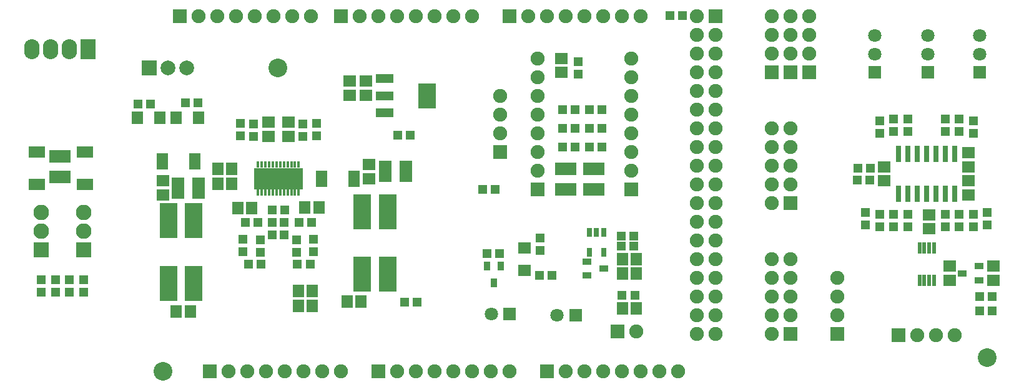
<source format=gbr>
G04 DipTrace 2.4.0.2*
%INTopMask.gbr*%
%MOIN*%
%ADD32C,0.1*%
%ADD36R,0.0709X0.0709*%
%ADD37C,0.0709*%
%ADD45R,0.0748X0.0748*%
%ADD46C,0.0748*%
%ADD66R,0.0316X0.0513*%
%ADD68R,0.0237X0.0631*%
%ADD70R,0.0316X0.0867*%
%ADD72R,0.0926X0.136*%
%ADD74R,0.0926X0.0454*%
%ADD76R,0.2611X0.1119*%
%ADD78R,0.0178X0.0356*%
%ADD81R,0.0926X0.1852*%
%ADD83R,0.071X0.1143*%
%ADD85C,0.0828*%
%ADD86R,0.0828X0.0828*%
%ADD87R,0.0493X0.0336*%
%ADD89R,0.0336X0.0493*%
%ADD91O,0.0828X0.1064*%
%ADD93R,0.0828X0.1064*%
%ADD97C,0.0789*%
%ADD98R,0.0789X0.0789*%
%ADD100C,0.058*%
%ADD102R,0.0907X0.0631*%
%ADD104R,0.071X0.0631*%
%ADD106R,0.0631X0.071*%
%ADD108R,0.0631X0.0907*%
%ADD110R,0.1143X0.071*%
%ADD112R,0.0513X0.0474*%
%ADD114R,0.0474X0.0513*%
%ADD116R,0.0671X0.0592*%
%ADD118R,0.0592X0.0671*%
%FSLAX44Y44*%
G04*
G70*
G90*
G75*
G01*
%LNTopMask*%
%LPD*%
D118*
X11417Y11024D3*
X12165D3*
X11417Y11850D3*
X12165D3*
D116*
X8500Y11187D3*
Y10439D3*
D118*
X9188Y4188D3*
X9936D3*
X13228Y9724D3*
X12480D3*
D114*
X12751Y8063D3*
Y7394D3*
D112*
X13711Y6729D3*
X13042D3*
D116*
X14134Y13583D3*
Y14331D3*
D114*
X16502Y8063D3*
Y7394D3*
D116*
X15197Y13583D3*
Y14331D3*
D112*
X15667Y6729D3*
X16336D3*
D118*
X16063Y9764D3*
X16811D3*
X19065Y4750D3*
X18316D3*
D116*
X18440Y15778D3*
Y16526D3*
X19316Y15779D3*
Y16528D3*
X19500Y12062D3*
Y11314D3*
D118*
X16457Y5315D3*
X15709D3*
X16457Y4488D3*
X15709D3*
D114*
X46750Y8750D3*
Y9419D3*
D116*
X52812Y5875D3*
Y6623D3*
D114*
X47500Y14500D3*
Y13831D3*
X51750Y8750D3*
Y9419D3*
X51000Y14500D3*
Y13831D3*
D116*
X49375Y8625D3*
Y9373D3*
X50500Y5875D3*
Y6623D3*
X51500Y12687D3*
Y11939D3*
Y11187D3*
Y10439D3*
X47000Y11187D3*
Y11936D3*
X29750Y17000D3*
Y17748D3*
D110*
X31500Y10750D3*
Y11852D3*
X30000Y10750D3*
Y11852D3*
D118*
X33003Y7001D3*
X33751D3*
X33003Y6251D3*
X33751D3*
D110*
X3000Y12500D3*
Y11398D3*
D118*
X33002Y4375D3*
X33750D3*
D108*
X10187Y12250D3*
X8455D3*
D106*
X7126Y14564D3*
X8307D3*
X9188D3*
X10370D3*
D108*
X16939Y11314D3*
X18672D3*
D104*
X27787Y7591D3*
Y6410D3*
D102*
X1750Y12750D3*
Y11018D3*
X4312Y12750D3*
Y11018D3*
D112*
X22062Y4687D3*
X21393D3*
X21687Y13625D3*
X21018D3*
X52750Y4250D3*
X52081D3*
X25562Y10750D3*
X26232D3*
D32*
X14625Y17250D3*
D100*
D3*
D32*
X8500Y1000D3*
D100*
D3*
D32*
X52500Y1750D3*
D100*
D3*
D45*
X11000Y1000D3*
D46*
X12000D3*
X13000D3*
X14000D3*
X15000D3*
X16000D3*
X17000D3*
X18000D3*
D45*
X9400Y20000D3*
D46*
X10400D3*
X11400D3*
X12400D3*
X13400D3*
X14400D3*
X15400D3*
X16400D3*
D45*
X38000D3*
D46*
X37000D3*
X38000Y19000D3*
X37000D3*
X38000Y18000D3*
X37000D3*
X38000Y17000D3*
X37000D3*
X38000Y16000D3*
X37000D3*
X38000Y15000D3*
X37000D3*
X38000Y14000D3*
X37000D3*
X38000Y13000D3*
X37000D3*
X38000Y12000D3*
X37000D3*
X38000Y11000D3*
X37000D3*
X38000Y10000D3*
X37000D3*
X38000Y9000D3*
X37000D3*
X38000Y8000D3*
X37000D3*
X38000Y7000D3*
X37000D3*
X38000Y6000D3*
X37000D3*
X38000Y5000D3*
X37000D3*
X38000Y4000D3*
X37000D3*
X38000Y3000D3*
X37000D3*
D45*
X20000Y1000D3*
D46*
X21000D3*
X22000D3*
X23000D3*
X24000D3*
X25000D3*
X26000D3*
X27000D3*
D45*
X18000Y20000D3*
D46*
X19000D3*
X20000D3*
X21000D3*
X22000D3*
X23000D3*
X24000D3*
X25000D3*
D45*
X42000Y10000D3*
D46*
X41000D3*
X42000Y11000D3*
X41000D3*
X42000Y12000D3*
X41000D3*
X42000Y13000D3*
X41000D3*
X42000Y14000D3*
X41000D3*
D45*
X29000Y1000D3*
D46*
X30000D3*
X31000D3*
X32000D3*
X33000D3*
X34000D3*
X35000D3*
X36000D3*
D45*
X27000Y20000D3*
D46*
X28000D3*
X29000D3*
X30000D3*
X31000D3*
X32000D3*
X33000D3*
X34000D3*
D45*
X42000Y3000D3*
D46*
X41000D3*
X42000Y4000D3*
X41000D3*
X42000Y5000D3*
X41000D3*
X42000Y6000D3*
X41000D3*
X42000Y7000D3*
X41000D3*
D45*
X44500Y3000D3*
D46*
Y4000D3*
Y5000D3*
Y6000D3*
D45*
X41000Y17000D3*
D46*
Y18000D3*
Y19000D3*
Y20000D3*
D45*
X42000Y17000D3*
D46*
Y18000D3*
Y19000D3*
Y20000D3*
D45*
X43000Y17000D3*
D46*
Y18000D3*
Y19000D3*
Y20000D3*
D98*
X7750Y17250D3*
D97*
X8750D3*
X9750D3*
D36*
X46500Y17000D3*
D37*
Y17984D3*
Y18969D3*
D36*
X52068Y17002D3*
D37*
Y17986D3*
Y18970D3*
D45*
X47750Y2937D3*
D46*
X48750D3*
X49750D3*
X50750D3*
D36*
X49318Y17002D3*
D37*
Y17986D3*
Y18970D3*
D45*
X26500Y12750D3*
D46*
Y13750D3*
Y14750D3*
Y15750D3*
D45*
X33500Y10750D3*
D46*
Y11750D3*
Y12750D3*
Y13750D3*
Y14750D3*
Y15750D3*
Y16750D3*
Y17750D3*
D45*
X28500Y10750D3*
D46*
Y11750D3*
Y12750D3*
Y13750D3*
Y14750D3*
Y15750D3*
Y16750D3*
Y17750D3*
D36*
X26995Y4055D3*
D37*
X26011D3*
D36*
X30503Y4000D3*
D37*
X29519D3*
D93*
X4500Y18250D3*
D91*
X3500D3*
X2500D3*
X1500D3*
D45*
X32750Y3125D3*
D46*
X33750D3*
D89*
X26517Y6642D3*
X25769D3*
X26143Y5736D3*
D87*
X31128Y6876D3*
Y6128D3*
X32034Y6502D3*
D86*
X2000Y7500D3*
D85*
Y8500D3*
Y9500D3*
D86*
X4250Y7500D3*
D85*
Y8500D3*
Y9500D3*
D112*
X35544Y20024D3*
X36213D3*
D83*
X10375Y10812D3*
X9273D3*
D112*
X7813Y15314D3*
X7144D3*
X9689Y15377D3*
X10358D3*
X12874Y8976D3*
X13543D3*
D114*
X12634Y14270D3*
Y13601D3*
X13322Y13583D3*
Y14252D3*
X13689Y7376D3*
Y8045D3*
X14314Y8313D3*
Y8983D3*
D112*
Y9626D3*
X14983D3*
D114*
X14939Y8313D3*
Y8983D3*
X15627Y7376D3*
Y8045D3*
X15947Y13583D3*
Y14252D3*
D112*
X16417Y8976D3*
X15748D3*
D114*
X16697Y14270D3*
Y13601D3*
D83*
X21437Y11688D3*
X20335D3*
D112*
X52081Y5000D3*
X52750D3*
D114*
X47500Y8750D3*
Y9419D3*
X46000Y9500D3*
Y8831D3*
X46750Y13750D3*
Y14419D3*
X48250Y8750D3*
Y9419D3*
Y14500D3*
Y13831D3*
X51000Y8750D3*
Y9419D3*
X52500Y9498D3*
Y8829D3*
X51750Y13750D3*
Y14419D3*
X50250Y8750D3*
Y9419D3*
Y14500D3*
Y13831D3*
D112*
X46250Y11875D3*
X45581D3*
X45562Y11250D3*
X46232D3*
D114*
X30665Y17585D3*
Y16915D3*
D112*
X30500Y13000D3*
X29831D3*
X30500Y14000D3*
X29831D3*
X30500Y15000D3*
X29831D3*
X31250Y13000D3*
X31919D3*
X31250Y14000D3*
X31919D3*
X31250Y15000D3*
X31919D3*
X32941Y8251D3*
X33610D3*
X33629Y7688D3*
X32959D3*
X26440Y7313D3*
X25771D3*
D114*
X28606Y8148D3*
Y7479D3*
D112*
X29253Y6126D3*
X28584D3*
D114*
X2000Y5250D3*
Y5919D3*
X4250Y5250D3*
Y5919D3*
D112*
X33000Y5062D3*
X33669D3*
D114*
X2750Y5250D3*
Y5919D3*
X3500Y5250D3*
Y5919D3*
D81*
X10126Y9063D3*
X8776D3*
Y5717D3*
X10126D3*
X19127Y6188D3*
X20477D3*
Y9535D3*
X19127D3*
D78*
X13564Y10564D3*
X13761D3*
X13958D3*
X14154D3*
X14351D3*
X14548D3*
X14745D3*
X14942D3*
X15139D3*
X15336D3*
X15532D3*
X15729D3*
Y12060D3*
X15532D3*
X15336D3*
X15139D3*
X14942D3*
X14745D3*
X14548D3*
X14351D3*
X14154D3*
X13958D3*
X13761D3*
X13564D3*
D76*
X14647Y11312D3*
D74*
X20315Y16654D3*
Y15748D3*
Y14843D3*
D72*
X22598Y15748D3*
D87*
X52062Y5875D3*
Y6623D3*
X51157Y6249D3*
D70*
X47750Y10500D3*
X48250D3*
X48750D3*
X49250D3*
X49750D3*
X50250D3*
X50750D3*
Y12626D3*
X50250D3*
X49750D3*
X49250D3*
X48750D3*
X48250D3*
X47750D3*
D68*
X48875Y5875D3*
X49131D3*
X49387D3*
X49643D3*
Y7607D3*
X49387D3*
X49131D3*
X48875D3*
D66*
X32003Y8438D3*
X31629D3*
X31255D3*
Y7375D3*
X32003D3*
M02*

</source>
